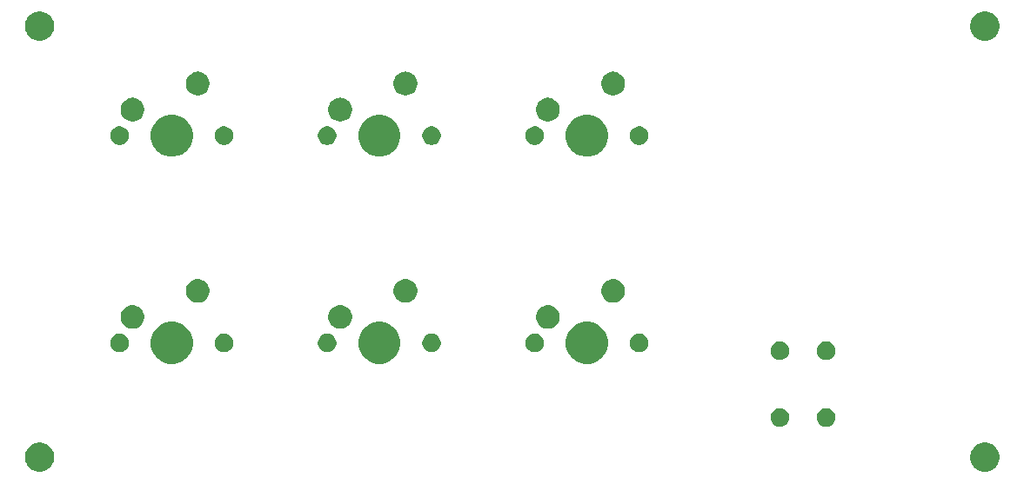
<source format=gbr>
G04 #@! TF.GenerationSoftware,KiCad,Pcbnew,5.1.5-52549c5~84~ubuntu18.04.1*
G04 #@! TF.CreationDate,2020-02-25T00:11:06-08:00*
G04 #@! TF.ProjectId,dotkb_micro,646f746b-625f-46d6-9963-726f2e6b6963,rev?*
G04 #@! TF.SameCoordinates,Original*
G04 #@! TF.FileFunction,Soldermask,Top*
G04 #@! TF.FilePolarity,Negative*
%FSLAX46Y46*%
G04 Gerber Fmt 4.6, Leading zero omitted, Abs format (unit mm)*
G04 Created by KiCad (PCBNEW 5.1.5-52549c5~84~ubuntu18.04.1) date 2020-02-25 00:11:06*
%MOMM*%
%LPD*%
G04 APERTURE LIST*
%ADD10C,0.100000*%
G04 APERTURE END LIST*
D10*
G36*
X150873991Y-112471793D02*
G01*
X151133470Y-112579272D01*
X151366995Y-112735309D01*
X151565591Y-112933905D01*
X151721628Y-113167430D01*
X151829107Y-113426909D01*
X151883900Y-113702371D01*
X151883900Y-113983229D01*
X151829107Y-114258691D01*
X151721628Y-114518170D01*
X151565591Y-114751695D01*
X151366995Y-114950291D01*
X151133470Y-115106328D01*
X150873991Y-115213807D01*
X150598529Y-115268600D01*
X150317671Y-115268600D01*
X150042209Y-115213807D01*
X149782730Y-115106328D01*
X149549205Y-114950291D01*
X149350609Y-114751695D01*
X149194572Y-114518170D01*
X149087093Y-114258691D01*
X149032300Y-113983229D01*
X149032300Y-113702371D01*
X149087093Y-113426909D01*
X149194572Y-113167430D01*
X149350609Y-112933905D01*
X149549205Y-112735309D01*
X149782730Y-112579272D01*
X150042209Y-112471793D01*
X150317671Y-112417000D01*
X150598529Y-112417000D01*
X150873991Y-112471793D01*
G37*
G36*
X58873991Y-112471793D02*
G01*
X59133470Y-112579272D01*
X59366995Y-112735309D01*
X59565591Y-112933905D01*
X59721628Y-113167430D01*
X59829107Y-113426909D01*
X59883900Y-113702371D01*
X59883900Y-113983229D01*
X59829107Y-114258691D01*
X59721628Y-114518170D01*
X59565591Y-114751695D01*
X59366995Y-114950291D01*
X59133470Y-115106328D01*
X58873991Y-115213807D01*
X58598529Y-115268600D01*
X58317671Y-115268600D01*
X58042209Y-115213807D01*
X57782730Y-115106328D01*
X57549205Y-114950291D01*
X57350609Y-114751695D01*
X57194572Y-114518170D01*
X57087093Y-114258691D01*
X57032300Y-113983229D01*
X57032300Y-113702371D01*
X57087093Y-113426909D01*
X57194572Y-113167430D01*
X57350609Y-112933905D01*
X57549205Y-112735309D01*
X57782730Y-112579272D01*
X58042209Y-112471793D01*
X58317671Y-112417000D01*
X58598529Y-112417000D01*
X58873991Y-112471793D01*
G37*
G36*
X130763754Y-109090417D02*
G01*
X130927689Y-109158321D01*
X131075227Y-109256903D01*
X131200697Y-109382373D01*
X131299279Y-109529911D01*
X131367183Y-109693846D01*
X131401800Y-109867879D01*
X131401800Y-110045321D01*
X131367183Y-110219354D01*
X131299279Y-110383289D01*
X131200697Y-110530827D01*
X131075227Y-110656297D01*
X130927689Y-110754879D01*
X130763754Y-110822783D01*
X130589721Y-110857400D01*
X130412279Y-110857400D01*
X130238246Y-110822783D01*
X130074311Y-110754879D01*
X129926773Y-110656297D01*
X129801303Y-110530827D01*
X129702721Y-110383289D01*
X129634817Y-110219354D01*
X129600200Y-110045321D01*
X129600200Y-109867879D01*
X129634817Y-109693846D01*
X129702721Y-109529911D01*
X129801303Y-109382373D01*
X129926773Y-109256903D01*
X130074311Y-109158321D01*
X130238246Y-109090417D01*
X130412279Y-109055800D01*
X130589721Y-109055800D01*
X130763754Y-109090417D01*
G37*
G36*
X135263754Y-109090417D02*
G01*
X135427689Y-109158321D01*
X135575227Y-109256903D01*
X135700697Y-109382373D01*
X135799279Y-109529911D01*
X135867183Y-109693846D01*
X135901800Y-109867879D01*
X135901800Y-110045321D01*
X135867183Y-110219354D01*
X135799279Y-110383289D01*
X135700697Y-110530827D01*
X135575227Y-110656297D01*
X135427689Y-110754879D01*
X135263754Y-110822783D01*
X135089721Y-110857400D01*
X134912279Y-110857400D01*
X134738246Y-110822783D01*
X134574311Y-110754879D01*
X134426773Y-110656297D01*
X134301303Y-110530827D01*
X134202721Y-110383289D01*
X134134817Y-110219354D01*
X134100200Y-110045321D01*
X134100200Y-109867879D01*
X134134817Y-109693846D01*
X134202721Y-109529911D01*
X134301303Y-109382373D01*
X134426773Y-109256903D01*
X134574311Y-109158321D01*
X134738246Y-109090417D01*
X134912279Y-109055800D01*
X135089721Y-109055800D01*
X135263754Y-109090417D01*
G37*
G36*
X71920197Y-100726012D02*
G01*
X72293419Y-100880606D01*
X72629310Y-101105041D01*
X72914961Y-101390692D01*
X73139396Y-101726583D01*
X73293990Y-102099805D01*
X73372801Y-102496015D01*
X73372801Y-102899987D01*
X73293990Y-103296197D01*
X73139396Y-103669419D01*
X72914961Y-104005310D01*
X72629310Y-104290961D01*
X72293419Y-104515396D01*
X71920197Y-104669990D01*
X71523987Y-104748801D01*
X71120015Y-104748801D01*
X70723805Y-104669990D01*
X70350583Y-104515396D01*
X70014692Y-104290961D01*
X69729041Y-104005310D01*
X69504606Y-103669419D01*
X69350012Y-103296197D01*
X69271201Y-102899987D01*
X69271201Y-102496015D01*
X69350012Y-102099805D01*
X69504606Y-101726583D01*
X69729041Y-101390692D01*
X70014692Y-101105041D01*
X70350583Y-100880606D01*
X70723805Y-100726012D01*
X71120015Y-100647201D01*
X71523987Y-100647201D01*
X71920197Y-100726012D01*
G37*
G36*
X92120197Y-100726012D02*
G01*
X92493419Y-100880606D01*
X92829310Y-101105041D01*
X93114961Y-101390692D01*
X93339396Y-101726583D01*
X93493990Y-102099805D01*
X93572801Y-102496015D01*
X93572801Y-102899987D01*
X93493990Y-103296197D01*
X93339396Y-103669419D01*
X93114961Y-104005310D01*
X92829310Y-104290961D01*
X92493419Y-104515396D01*
X92120197Y-104669990D01*
X91723987Y-104748801D01*
X91320015Y-104748801D01*
X90923805Y-104669990D01*
X90550583Y-104515396D01*
X90214692Y-104290961D01*
X89929041Y-104005310D01*
X89704606Y-103669419D01*
X89550012Y-103296197D01*
X89471201Y-102899987D01*
X89471201Y-102496015D01*
X89550012Y-102099805D01*
X89704606Y-101726583D01*
X89929041Y-101390692D01*
X90214692Y-101105041D01*
X90550583Y-100880606D01*
X90923805Y-100726012D01*
X91320015Y-100647201D01*
X91723987Y-100647201D01*
X92120197Y-100726012D01*
G37*
G36*
X112320197Y-100726012D02*
G01*
X112693419Y-100880606D01*
X113029310Y-101105041D01*
X113314961Y-101390692D01*
X113539396Y-101726583D01*
X113693990Y-102099805D01*
X113772801Y-102496015D01*
X113772801Y-102899987D01*
X113693990Y-103296197D01*
X113539396Y-103669419D01*
X113314961Y-104005310D01*
X113029310Y-104290961D01*
X112693419Y-104515396D01*
X112320197Y-104669990D01*
X111923987Y-104748801D01*
X111520015Y-104748801D01*
X111123805Y-104669990D01*
X110750583Y-104515396D01*
X110414692Y-104290961D01*
X110129041Y-104005310D01*
X109904606Y-103669419D01*
X109750012Y-103296197D01*
X109671201Y-102899987D01*
X109671201Y-102496015D01*
X109750012Y-102099805D01*
X109904606Y-101726583D01*
X110129041Y-101390692D01*
X110414692Y-101105041D01*
X110750583Y-100880606D01*
X111123805Y-100726012D01*
X111520015Y-100647201D01*
X111923987Y-100647201D01*
X112320197Y-100726012D01*
G37*
G36*
X135263754Y-102590417D02*
G01*
X135427689Y-102658321D01*
X135575227Y-102756903D01*
X135700697Y-102882373D01*
X135799279Y-103029911D01*
X135867183Y-103193846D01*
X135901800Y-103367879D01*
X135901800Y-103545321D01*
X135867183Y-103719354D01*
X135799279Y-103883289D01*
X135700697Y-104030827D01*
X135575227Y-104156297D01*
X135427689Y-104254879D01*
X135263754Y-104322783D01*
X135089721Y-104357400D01*
X134912279Y-104357400D01*
X134738246Y-104322783D01*
X134574311Y-104254879D01*
X134426773Y-104156297D01*
X134301303Y-104030827D01*
X134202721Y-103883289D01*
X134134817Y-103719354D01*
X134100200Y-103545321D01*
X134100200Y-103367879D01*
X134134817Y-103193846D01*
X134202721Y-103029911D01*
X134301303Y-102882373D01*
X134426773Y-102756903D01*
X134574311Y-102658321D01*
X134738246Y-102590417D01*
X134912279Y-102555800D01*
X135089721Y-102555800D01*
X135263754Y-102590417D01*
G37*
G36*
X130763754Y-102590417D02*
G01*
X130927689Y-102658321D01*
X131075227Y-102756903D01*
X131200697Y-102882373D01*
X131299279Y-103029911D01*
X131367183Y-103193846D01*
X131401800Y-103367879D01*
X131401800Y-103545321D01*
X131367183Y-103719354D01*
X131299279Y-103883289D01*
X131200697Y-104030827D01*
X131075227Y-104156297D01*
X130927689Y-104254879D01*
X130763754Y-104322783D01*
X130589721Y-104357400D01*
X130412279Y-104357400D01*
X130238246Y-104322783D01*
X130074311Y-104254879D01*
X129926773Y-104156297D01*
X129801303Y-104030827D01*
X129702721Y-103883289D01*
X129634817Y-103719354D01*
X129600200Y-103545321D01*
X129600200Y-103367879D01*
X129634817Y-103193846D01*
X129702721Y-103029911D01*
X129801303Y-102882373D01*
X129926773Y-102756903D01*
X130074311Y-102658321D01*
X130238246Y-102590417D01*
X130412279Y-102555800D01*
X130589721Y-102555800D01*
X130763754Y-102590417D01*
G37*
G36*
X106904755Y-101831818D02*
G01*
X107068690Y-101899722D01*
X107216228Y-101998304D01*
X107341698Y-102123774D01*
X107440280Y-102271312D01*
X107508184Y-102435247D01*
X107542801Y-102609280D01*
X107542801Y-102786722D01*
X107508184Y-102960755D01*
X107440280Y-103124690D01*
X107341698Y-103272228D01*
X107216228Y-103397698D01*
X107068690Y-103496280D01*
X106904755Y-103564184D01*
X106730722Y-103598801D01*
X106553280Y-103598801D01*
X106379247Y-103564184D01*
X106215312Y-103496280D01*
X106067774Y-103397698D01*
X105942304Y-103272228D01*
X105843722Y-103124690D01*
X105775818Y-102960755D01*
X105741201Y-102786722D01*
X105741201Y-102609280D01*
X105775818Y-102435247D01*
X105843722Y-102271312D01*
X105942304Y-102123774D01*
X106067774Y-101998304D01*
X106215312Y-101899722D01*
X106379247Y-101831818D01*
X106553280Y-101797201D01*
X106730722Y-101797201D01*
X106904755Y-101831818D01*
G37*
G36*
X96864755Y-101831818D02*
G01*
X97028690Y-101899722D01*
X97176228Y-101998304D01*
X97301698Y-102123774D01*
X97400280Y-102271312D01*
X97468184Y-102435247D01*
X97502801Y-102609280D01*
X97502801Y-102786722D01*
X97468184Y-102960755D01*
X97400280Y-103124690D01*
X97301698Y-103272228D01*
X97176228Y-103397698D01*
X97028690Y-103496280D01*
X96864755Y-103564184D01*
X96690722Y-103598801D01*
X96513280Y-103598801D01*
X96339247Y-103564184D01*
X96175312Y-103496280D01*
X96027774Y-103397698D01*
X95902304Y-103272228D01*
X95803722Y-103124690D01*
X95735818Y-102960755D01*
X95701201Y-102786722D01*
X95701201Y-102609280D01*
X95735818Y-102435247D01*
X95803722Y-102271312D01*
X95902304Y-102123774D01*
X96027774Y-101998304D01*
X96175312Y-101899722D01*
X96339247Y-101831818D01*
X96513280Y-101797201D01*
X96690722Y-101797201D01*
X96864755Y-101831818D01*
G37*
G36*
X76664755Y-101831818D02*
G01*
X76828690Y-101899722D01*
X76976228Y-101998304D01*
X77101698Y-102123774D01*
X77200280Y-102271312D01*
X77268184Y-102435247D01*
X77302801Y-102609280D01*
X77302801Y-102786722D01*
X77268184Y-102960755D01*
X77200280Y-103124690D01*
X77101698Y-103272228D01*
X76976228Y-103397698D01*
X76828690Y-103496280D01*
X76664755Y-103564184D01*
X76490722Y-103598801D01*
X76313280Y-103598801D01*
X76139247Y-103564184D01*
X75975312Y-103496280D01*
X75827774Y-103397698D01*
X75702304Y-103272228D01*
X75603722Y-103124690D01*
X75535818Y-102960755D01*
X75501201Y-102786722D01*
X75501201Y-102609280D01*
X75535818Y-102435247D01*
X75603722Y-102271312D01*
X75702304Y-102123774D01*
X75827774Y-101998304D01*
X75975312Y-101899722D01*
X76139247Y-101831818D01*
X76313280Y-101797201D01*
X76490722Y-101797201D01*
X76664755Y-101831818D01*
G37*
G36*
X66504755Y-101831818D02*
G01*
X66668690Y-101899722D01*
X66816228Y-101998304D01*
X66941698Y-102123774D01*
X67040280Y-102271312D01*
X67108184Y-102435247D01*
X67142801Y-102609280D01*
X67142801Y-102786722D01*
X67108184Y-102960755D01*
X67040280Y-103124690D01*
X66941698Y-103272228D01*
X66816228Y-103397698D01*
X66668690Y-103496280D01*
X66504755Y-103564184D01*
X66330722Y-103598801D01*
X66153280Y-103598801D01*
X65979247Y-103564184D01*
X65815312Y-103496280D01*
X65667774Y-103397698D01*
X65542304Y-103272228D01*
X65443722Y-103124690D01*
X65375818Y-102960755D01*
X65341201Y-102786722D01*
X65341201Y-102609280D01*
X65375818Y-102435247D01*
X65443722Y-102271312D01*
X65542304Y-102123774D01*
X65667774Y-101998304D01*
X65815312Y-101899722D01*
X65979247Y-101831818D01*
X66153280Y-101797201D01*
X66330722Y-101797201D01*
X66504755Y-101831818D01*
G37*
G36*
X117064755Y-101831818D02*
G01*
X117228690Y-101899722D01*
X117376228Y-101998304D01*
X117501698Y-102123774D01*
X117600280Y-102271312D01*
X117668184Y-102435247D01*
X117702801Y-102609280D01*
X117702801Y-102786722D01*
X117668184Y-102960755D01*
X117600280Y-103124690D01*
X117501698Y-103272228D01*
X117376228Y-103397698D01*
X117228690Y-103496280D01*
X117064755Y-103564184D01*
X116890722Y-103598801D01*
X116713280Y-103598801D01*
X116539247Y-103564184D01*
X116375312Y-103496280D01*
X116227774Y-103397698D01*
X116102304Y-103272228D01*
X116003722Y-103124690D01*
X115935818Y-102960755D01*
X115901201Y-102786722D01*
X115901201Y-102609280D01*
X115935818Y-102435247D01*
X116003722Y-102271312D01*
X116102304Y-102123774D01*
X116227774Y-101998304D01*
X116375312Y-101899722D01*
X116539247Y-101831818D01*
X116713280Y-101797201D01*
X116890722Y-101797201D01*
X117064755Y-101831818D01*
G37*
G36*
X86704755Y-101831818D02*
G01*
X86868690Y-101899722D01*
X87016228Y-101998304D01*
X87141698Y-102123774D01*
X87240280Y-102271312D01*
X87308184Y-102435247D01*
X87342801Y-102609280D01*
X87342801Y-102786722D01*
X87308184Y-102960755D01*
X87240280Y-103124690D01*
X87141698Y-103272228D01*
X87016228Y-103397698D01*
X86868690Y-103496280D01*
X86704755Y-103564184D01*
X86530722Y-103598801D01*
X86353280Y-103598801D01*
X86179247Y-103564184D01*
X86015312Y-103496280D01*
X85867774Y-103397698D01*
X85742304Y-103272228D01*
X85643722Y-103124690D01*
X85575818Y-102960755D01*
X85541201Y-102786722D01*
X85541201Y-102609280D01*
X85575818Y-102435247D01*
X85643722Y-102271312D01*
X85742304Y-102123774D01*
X85867774Y-101998304D01*
X86015312Y-101899722D01*
X86179247Y-101831818D01*
X86353280Y-101797201D01*
X86530722Y-101797201D01*
X86704755Y-101831818D01*
G37*
G36*
X67699456Y-99021943D02*
G01*
X67847679Y-99051426D01*
X68057110Y-99138175D01*
X68245594Y-99264116D01*
X68405886Y-99424408D01*
X68531827Y-99612892D01*
X68618576Y-99822323D01*
X68662801Y-100044658D01*
X68662801Y-100271344D01*
X68618576Y-100493679D01*
X68531827Y-100703110D01*
X68405886Y-100891594D01*
X68245594Y-101051886D01*
X68057110Y-101177827D01*
X67847679Y-101264576D01*
X67699456Y-101294059D01*
X67625345Y-101308801D01*
X67398657Y-101308801D01*
X67324546Y-101294059D01*
X67176323Y-101264576D01*
X66966892Y-101177827D01*
X66778408Y-101051886D01*
X66618116Y-100891594D01*
X66492175Y-100703110D01*
X66405426Y-100493679D01*
X66361201Y-100271344D01*
X66361201Y-100044658D01*
X66405426Y-99822323D01*
X66492175Y-99612892D01*
X66618116Y-99424408D01*
X66778408Y-99264116D01*
X66966892Y-99138175D01*
X67176323Y-99051426D01*
X67324546Y-99021943D01*
X67398657Y-99007201D01*
X67625345Y-99007201D01*
X67699456Y-99021943D01*
G37*
G36*
X87899456Y-99021943D02*
G01*
X88047679Y-99051426D01*
X88257110Y-99138175D01*
X88445594Y-99264116D01*
X88605886Y-99424408D01*
X88731827Y-99612892D01*
X88818576Y-99822323D01*
X88862801Y-100044658D01*
X88862801Y-100271344D01*
X88818576Y-100493679D01*
X88731827Y-100703110D01*
X88605886Y-100891594D01*
X88445594Y-101051886D01*
X88257110Y-101177827D01*
X88047679Y-101264576D01*
X87899456Y-101294059D01*
X87825345Y-101308801D01*
X87598657Y-101308801D01*
X87524546Y-101294059D01*
X87376323Y-101264576D01*
X87166892Y-101177827D01*
X86978408Y-101051886D01*
X86818116Y-100891594D01*
X86692175Y-100703110D01*
X86605426Y-100493679D01*
X86561201Y-100271344D01*
X86561201Y-100044658D01*
X86605426Y-99822323D01*
X86692175Y-99612892D01*
X86818116Y-99424408D01*
X86978408Y-99264116D01*
X87166892Y-99138175D01*
X87376323Y-99051426D01*
X87524546Y-99021943D01*
X87598657Y-99007201D01*
X87825345Y-99007201D01*
X87899456Y-99021943D01*
G37*
G36*
X108099456Y-99021943D02*
G01*
X108247679Y-99051426D01*
X108457110Y-99138175D01*
X108645594Y-99264116D01*
X108805886Y-99424408D01*
X108931827Y-99612892D01*
X109018576Y-99822323D01*
X109062801Y-100044658D01*
X109062801Y-100271344D01*
X109018576Y-100493679D01*
X108931827Y-100703110D01*
X108805886Y-100891594D01*
X108645594Y-101051886D01*
X108457110Y-101177827D01*
X108247679Y-101264576D01*
X108099456Y-101294059D01*
X108025345Y-101308801D01*
X107798657Y-101308801D01*
X107724546Y-101294059D01*
X107576323Y-101264576D01*
X107366892Y-101177827D01*
X107178408Y-101051886D01*
X107018116Y-100891594D01*
X106892175Y-100703110D01*
X106805426Y-100493679D01*
X106761201Y-100271344D01*
X106761201Y-100044658D01*
X106805426Y-99822323D01*
X106892175Y-99612892D01*
X107018116Y-99424408D01*
X107178408Y-99264116D01*
X107366892Y-99138175D01*
X107576323Y-99051426D01*
X107724546Y-99021943D01*
X107798657Y-99007201D01*
X108025345Y-99007201D01*
X108099456Y-99021943D01*
G37*
G36*
X94249456Y-96481943D02*
G01*
X94397679Y-96511426D01*
X94607110Y-96598175D01*
X94795594Y-96724116D01*
X94955886Y-96884408D01*
X95081827Y-97072892D01*
X95168576Y-97282323D01*
X95212801Y-97504658D01*
X95212801Y-97731344D01*
X95168576Y-97953679D01*
X95081827Y-98163110D01*
X94955886Y-98351594D01*
X94795594Y-98511886D01*
X94607110Y-98637827D01*
X94397679Y-98724576D01*
X94249456Y-98754059D01*
X94175345Y-98768801D01*
X93948657Y-98768801D01*
X93874546Y-98754059D01*
X93726323Y-98724576D01*
X93516892Y-98637827D01*
X93328408Y-98511886D01*
X93168116Y-98351594D01*
X93042175Y-98163110D01*
X92955426Y-97953679D01*
X92911201Y-97731344D01*
X92911201Y-97504658D01*
X92955426Y-97282323D01*
X93042175Y-97072892D01*
X93168116Y-96884408D01*
X93328408Y-96724116D01*
X93516892Y-96598175D01*
X93726323Y-96511426D01*
X93874546Y-96481943D01*
X93948657Y-96467201D01*
X94175345Y-96467201D01*
X94249456Y-96481943D01*
G37*
G36*
X114449456Y-96481943D02*
G01*
X114597679Y-96511426D01*
X114807110Y-96598175D01*
X114995594Y-96724116D01*
X115155886Y-96884408D01*
X115281827Y-97072892D01*
X115368576Y-97282323D01*
X115412801Y-97504658D01*
X115412801Y-97731344D01*
X115368576Y-97953679D01*
X115281827Y-98163110D01*
X115155886Y-98351594D01*
X114995594Y-98511886D01*
X114807110Y-98637827D01*
X114597679Y-98724576D01*
X114449456Y-98754059D01*
X114375345Y-98768801D01*
X114148657Y-98768801D01*
X114074546Y-98754059D01*
X113926323Y-98724576D01*
X113716892Y-98637827D01*
X113528408Y-98511886D01*
X113368116Y-98351594D01*
X113242175Y-98163110D01*
X113155426Y-97953679D01*
X113111201Y-97731344D01*
X113111201Y-97504658D01*
X113155426Y-97282323D01*
X113242175Y-97072892D01*
X113368116Y-96884408D01*
X113528408Y-96724116D01*
X113716892Y-96598175D01*
X113926323Y-96511426D01*
X114074546Y-96481943D01*
X114148657Y-96467201D01*
X114375345Y-96467201D01*
X114449456Y-96481943D01*
G37*
G36*
X74049456Y-96481943D02*
G01*
X74197679Y-96511426D01*
X74407110Y-96598175D01*
X74595594Y-96724116D01*
X74755886Y-96884408D01*
X74881827Y-97072892D01*
X74968576Y-97282323D01*
X75012801Y-97504658D01*
X75012801Y-97731344D01*
X74968576Y-97953679D01*
X74881827Y-98163110D01*
X74755886Y-98351594D01*
X74595594Y-98511886D01*
X74407110Y-98637827D01*
X74197679Y-98724576D01*
X74049456Y-98754059D01*
X73975345Y-98768801D01*
X73748657Y-98768801D01*
X73674546Y-98754059D01*
X73526323Y-98724576D01*
X73316892Y-98637827D01*
X73128408Y-98511886D01*
X72968116Y-98351594D01*
X72842175Y-98163110D01*
X72755426Y-97953679D01*
X72711201Y-97731344D01*
X72711201Y-97504658D01*
X72755426Y-97282323D01*
X72842175Y-97072892D01*
X72968116Y-96884408D01*
X73128408Y-96724116D01*
X73316892Y-96598175D01*
X73526323Y-96511426D01*
X73674546Y-96481943D01*
X73748657Y-96467201D01*
X73975345Y-96467201D01*
X74049456Y-96481943D01*
G37*
G36*
X112320197Y-80526012D02*
G01*
X112693419Y-80680606D01*
X113029310Y-80905041D01*
X113314961Y-81190692D01*
X113539396Y-81526583D01*
X113693990Y-81899805D01*
X113772801Y-82296015D01*
X113772801Y-82699987D01*
X113693990Y-83096197D01*
X113539396Y-83469419D01*
X113314961Y-83805310D01*
X113029310Y-84090961D01*
X112693419Y-84315396D01*
X112320197Y-84469990D01*
X111923987Y-84548801D01*
X111520015Y-84548801D01*
X111123805Y-84469990D01*
X110750583Y-84315396D01*
X110414692Y-84090961D01*
X110129041Y-83805310D01*
X109904606Y-83469419D01*
X109750012Y-83096197D01*
X109671201Y-82699987D01*
X109671201Y-82296015D01*
X109750012Y-81899805D01*
X109904606Y-81526583D01*
X110129041Y-81190692D01*
X110414692Y-80905041D01*
X110750583Y-80680606D01*
X111123805Y-80526012D01*
X111520015Y-80447201D01*
X111923987Y-80447201D01*
X112320197Y-80526012D01*
G37*
G36*
X92120197Y-80526012D02*
G01*
X92493419Y-80680606D01*
X92829310Y-80905041D01*
X93114961Y-81190692D01*
X93339396Y-81526583D01*
X93493990Y-81899805D01*
X93572801Y-82296015D01*
X93572801Y-82699987D01*
X93493990Y-83096197D01*
X93339396Y-83469419D01*
X93114961Y-83805310D01*
X92829310Y-84090961D01*
X92493419Y-84315396D01*
X92120197Y-84469990D01*
X91723987Y-84548801D01*
X91320015Y-84548801D01*
X90923805Y-84469990D01*
X90550583Y-84315396D01*
X90214692Y-84090961D01*
X89929041Y-83805310D01*
X89704606Y-83469419D01*
X89550012Y-83096197D01*
X89471201Y-82699987D01*
X89471201Y-82296015D01*
X89550012Y-81899805D01*
X89704606Y-81526583D01*
X89929041Y-81190692D01*
X90214692Y-80905041D01*
X90550583Y-80680606D01*
X90923805Y-80526012D01*
X91320015Y-80447201D01*
X91723987Y-80447201D01*
X92120197Y-80526012D01*
G37*
G36*
X71920197Y-80526012D02*
G01*
X72293419Y-80680606D01*
X72629310Y-80905041D01*
X72914961Y-81190692D01*
X73139396Y-81526583D01*
X73293990Y-81899805D01*
X73372801Y-82296015D01*
X73372801Y-82699987D01*
X73293990Y-83096197D01*
X73139396Y-83469419D01*
X72914961Y-83805310D01*
X72629310Y-84090961D01*
X72293419Y-84315396D01*
X71920197Y-84469990D01*
X71523987Y-84548801D01*
X71120015Y-84548801D01*
X70723805Y-84469990D01*
X70350583Y-84315396D01*
X70014692Y-84090961D01*
X69729041Y-83805310D01*
X69504606Y-83469419D01*
X69350012Y-83096197D01*
X69271201Y-82699987D01*
X69271201Y-82296015D01*
X69350012Y-81899805D01*
X69504606Y-81526583D01*
X69729041Y-81190692D01*
X70014692Y-80905041D01*
X70350583Y-80680606D01*
X70723805Y-80526012D01*
X71120015Y-80447201D01*
X71523987Y-80447201D01*
X71920197Y-80526012D01*
G37*
G36*
X117064755Y-81631818D02*
G01*
X117228690Y-81699722D01*
X117376228Y-81798304D01*
X117501698Y-81923774D01*
X117600280Y-82071312D01*
X117668184Y-82235247D01*
X117702801Y-82409280D01*
X117702801Y-82586722D01*
X117668184Y-82760755D01*
X117600280Y-82924690D01*
X117501698Y-83072228D01*
X117376228Y-83197698D01*
X117228690Y-83296280D01*
X117064755Y-83364184D01*
X116890722Y-83398801D01*
X116713280Y-83398801D01*
X116539247Y-83364184D01*
X116375312Y-83296280D01*
X116227774Y-83197698D01*
X116102304Y-83072228D01*
X116003722Y-82924690D01*
X115935818Y-82760755D01*
X115901201Y-82586722D01*
X115901201Y-82409280D01*
X115935818Y-82235247D01*
X116003722Y-82071312D01*
X116102304Y-81923774D01*
X116227774Y-81798304D01*
X116375312Y-81699722D01*
X116539247Y-81631818D01*
X116713280Y-81597201D01*
X116890722Y-81597201D01*
X117064755Y-81631818D01*
G37*
G36*
X106904755Y-81631818D02*
G01*
X107068690Y-81699722D01*
X107216228Y-81798304D01*
X107341698Y-81923774D01*
X107440280Y-82071312D01*
X107508184Y-82235247D01*
X107542801Y-82409280D01*
X107542801Y-82586722D01*
X107508184Y-82760755D01*
X107440280Y-82924690D01*
X107341698Y-83072228D01*
X107216228Y-83197698D01*
X107068690Y-83296280D01*
X106904755Y-83364184D01*
X106730722Y-83398801D01*
X106553280Y-83398801D01*
X106379247Y-83364184D01*
X106215312Y-83296280D01*
X106067774Y-83197698D01*
X105942304Y-83072228D01*
X105843722Y-82924690D01*
X105775818Y-82760755D01*
X105741201Y-82586722D01*
X105741201Y-82409280D01*
X105775818Y-82235247D01*
X105843722Y-82071312D01*
X105942304Y-81923774D01*
X106067774Y-81798304D01*
X106215312Y-81699722D01*
X106379247Y-81631818D01*
X106553280Y-81597201D01*
X106730722Y-81597201D01*
X106904755Y-81631818D01*
G37*
G36*
X96864755Y-81631818D02*
G01*
X97028690Y-81699722D01*
X97176228Y-81798304D01*
X97301698Y-81923774D01*
X97400280Y-82071312D01*
X97468184Y-82235247D01*
X97502801Y-82409280D01*
X97502801Y-82586722D01*
X97468184Y-82760755D01*
X97400280Y-82924690D01*
X97301698Y-83072228D01*
X97176228Y-83197698D01*
X97028690Y-83296280D01*
X96864755Y-83364184D01*
X96690722Y-83398801D01*
X96513280Y-83398801D01*
X96339247Y-83364184D01*
X96175312Y-83296280D01*
X96027774Y-83197698D01*
X95902304Y-83072228D01*
X95803722Y-82924690D01*
X95735818Y-82760755D01*
X95701201Y-82586722D01*
X95701201Y-82409280D01*
X95735818Y-82235247D01*
X95803722Y-82071312D01*
X95902304Y-81923774D01*
X96027774Y-81798304D01*
X96175312Y-81699722D01*
X96339247Y-81631818D01*
X96513280Y-81597201D01*
X96690722Y-81597201D01*
X96864755Y-81631818D01*
G37*
G36*
X66504755Y-81631818D02*
G01*
X66668690Y-81699722D01*
X66816228Y-81798304D01*
X66941698Y-81923774D01*
X67040280Y-82071312D01*
X67108184Y-82235247D01*
X67142801Y-82409280D01*
X67142801Y-82586722D01*
X67108184Y-82760755D01*
X67040280Y-82924690D01*
X66941698Y-83072228D01*
X66816228Y-83197698D01*
X66668690Y-83296280D01*
X66504755Y-83364184D01*
X66330722Y-83398801D01*
X66153280Y-83398801D01*
X65979247Y-83364184D01*
X65815312Y-83296280D01*
X65667774Y-83197698D01*
X65542304Y-83072228D01*
X65443722Y-82924690D01*
X65375818Y-82760755D01*
X65341201Y-82586722D01*
X65341201Y-82409280D01*
X65375818Y-82235247D01*
X65443722Y-82071312D01*
X65542304Y-81923774D01*
X65667774Y-81798304D01*
X65815312Y-81699722D01*
X65979247Y-81631818D01*
X66153280Y-81597201D01*
X66330722Y-81597201D01*
X66504755Y-81631818D01*
G37*
G36*
X76664755Y-81631818D02*
G01*
X76828690Y-81699722D01*
X76976228Y-81798304D01*
X77101698Y-81923774D01*
X77200280Y-82071312D01*
X77268184Y-82235247D01*
X77302801Y-82409280D01*
X77302801Y-82586722D01*
X77268184Y-82760755D01*
X77200280Y-82924690D01*
X77101698Y-83072228D01*
X76976228Y-83197698D01*
X76828690Y-83296280D01*
X76664755Y-83364184D01*
X76490722Y-83398801D01*
X76313280Y-83398801D01*
X76139247Y-83364184D01*
X75975312Y-83296280D01*
X75827774Y-83197698D01*
X75702304Y-83072228D01*
X75603722Y-82924690D01*
X75535818Y-82760755D01*
X75501201Y-82586722D01*
X75501201Y-82409280D01*
X75535818Y-82235247D01*
X75603722Y-82071312D01*
X75702304Y-81923774D01*
X75827774Y-81798304D01*
X75975312Y-81699722D01*
X76139247Y-81631818D01*
X76313280Y-81597201D01*
X76490722Y-81597201D01*
X76664755Y-81631818D01*
G37*
G36*
X86704755Y-81631818D02*
G01*
X86868690Y-81699722D01*
X87016228Y-81798304D01*
X87141698Y-81923774D01*
X87240280Y-82071312D01*
X87308184Y-82235247D01*
X87342801Y-82409280D01*
X87342801Y-82586722D01*
X87308184Y-82760755D01*
X87240280Y-82924690D01*
X87141698Y-83072228D01*
X87016228Y-83197698D01*
X86868690Y-83296280D01*
X86704755Y-83364184D01*
X86530722Y-83398801D01*
X86353280Y-83398801D01*
X86179247Y-83364184D01*
X86015312Y-83296280D01*
X85867774Y-83197698D01*
X85742304Y-83072228D01*
X85643722Y-82924690D01*
X85575818Y-82760755D01*
X85541201Y-82586722D01*
X85541201Y-82409280D01*
X85575818Y-82235247D01*
X85643722Y-82071312D01*
X85742304Y-81923774D01*
X85867774Y-81798304D01*
X86015312Y-81699722D01*
X86179247Y-81631818D01*
X86353280Y-81597201D01*
X86530722Y-81597201D01*
X86704755Y-81631818D01*
G37*
G36*
X87899456Y-78821943D02*
G01*
X88047679Y-78851426D01*
X88257110Y-78938175D01*
X88445594Y-79064116D01*
X88605886Y-79224408D01*
X88731827Y-79412892D01*
X88818576Y-79622323D01*
X88862801Y-79844658D01*
X88862801Y-80071344D01*
X88818576Y-80293679D01*
X88731827Y-80503110D01*
X88605886Y-80691594D01*
X88445594Y-80851886D01*
X88257110Y-80977827D01*
X88047679Y-81064576D01*
X87899456Y-81094059D01*
X87825345Y-81108801D01*
X87598657Y-81108801D01*
X87524546Y-81094059D01*
X87376323Y-81064576D01*
X87166892Y-80977827D01*
X86978408Y-80851886D01*
X86818116Y-80691594D01*
X86692175Y-80503110D01*
X86605426Y-80293679D01*
X86561201Y-80071344D01*
X86561201Y-79844658D01*
X86605426Y-79622323D01*
X86692175Y-79412892D01*
X86818116Y-79224408D01*
X86978408Y-79064116D01*
X87166892Y-78938175D01*
X87376323Y-78851426D01*
X87524546Y-78821943D01*
X87598657Y-78807201D01*
X87825345Y-78807201D01*
X87899456Y-78821943D01*
G37*
G36*
X108099456Y-78821943D02*
G01*
X108247679Y-78851426D01*
X108457110Y-78938175D01*
X108645594Y-79064116D01*
X108805886Y-79224408D01*
X108931827Y-79412892D01*
X109018576Y-79622323D01*
X109062801Y-79844658D01*
X109062801Y-80071344D01*
X109018576Y-80293679D01*
X108931827Y-80503110D01*
X108805886Y-80691594D01*
X108645594Y-80851886D01*
X108457110Y-80977827D01*
X108247679Y-81064576D01*
X108099456Y-81094059D01*
X108025345Y-81108801D01*
X107798657Y-81108801D01*
X107724546Y-81094059D01*
X107576323Y-81064576D01*
X107366892Y-80977827D01*
X107178408Y-80851886D01*
X107018116Y-80691594D01*
X106892175Y-80503110D01*
X106805426Y-80293679D01*
X106761201Y-80071344D01*
X106761201Y-79844658D01*
X106805426Y-79622323D01*
X106892175Y-79412892D01*
X107018116Y-79224408D01*
X107178408Y-79064116D01*
X107366892Y-78938175D01*
X107576323Y-78851426D01*
X107724546Y-78821943D01*
X107798657Y-78807201D01*
X108025345Y-78807201D01*
X108099456Y-78821943D01*
G37*
G36*
X67699456Y-78821943D02*
G01*
X67847679Y-78851426D01*
X68057110Y-78938175D01*
X68245594Y-79064116D01*
X68405886Y-79224408D01*
X68531827Y-79412892D01*
X68618576Y-79622323D01*
X68662801Y-79844658D01*
X68662801Y-80071344D01*
X68618576Y-80293679D01*
X68531827Y-80503110D01*
X68405886Y-80691594D01*
X68245594Y-80851886D01*
X68057110Y-80977827D01*
X67847679Y-81064576D01*
X67699456Y-81094059D01*
X67625345Y-81108801D01*
X67398657Y-81108801D01*
X67324546Y-81094059D01*
X67176323Y-81064576D01*
X66966892Y-80977827D01*
X66778408Y-80851886D01*
X66618116Y-80691594D01*
X66492175Y-80503110D01*
X66405426Y-80293679D01*
X66361201Y-80071344D01*
X66361201Y-79844658D01*
X66405426Y-79622323D01*
X66492175Y-79412892D01*
X66618116Y-79224408D01*
X66778408Y-79064116D01*
X66966892Y-78938175D01*
X67176323Y-78851426D01*
X67324546Y-78821943D01*
X67398657Y-78807201D01*
X67625345Y-78807201D01*
X67699456Y-78821943D01*
G37*
G36*
X74049456Y-76281943D02*
G01*
X74197679Y-76311426D01*
X74407110Y-76398175D01*
X74595594Y-76524116D01*
X74755886Y-76684408D01*
X74881827Y-76872892D01*
X74968576Y-77082323D01*
X75012801Y-77304658D01*
X75012801Y-77531344D01*
X74968576Y-77753679D01*
X74881827Y-77963110D01*
X74755886Y-78151594D01*
X74595594Y-78311886D01*
X74407110Y-78437827D01*
X74197679Y-78524576D01*
X74049456Y-78554059D01*
X73975345Y-78568801D01*
X73748657Y-78568801D01*
X73674546Y-78554059D01*
X73526323Y-78524576D01*
X73316892Y-78437827D01*
X73128408Y-78311886D01*
X72968116Y-78151594D01*
X72842175Y-77963110D01*
X72755426Y-77753679D01*
X72711201Y-77531344D01*
X72711201Y-77304658D01*
X72755426Y-77082323D01*
X72842175Y-76872892D01*
X72968116Y-76684408D01*
X73128408Y-76524116D01*
X73316892Y-76398175D01*
X73526323Y-76311426D01*
X73674546Y-76281943D01*
X73748657Y-76267201D01*
X73975345Y-76267201D01*
X74049456Y-76281943D01*
G37*
G36*
X94249456Y-76281943D02*
G01*
X94397679Y-76311426D01*
X94607110Y-76398175D01*
X94795594Y-76524116D01*
X94955886Y-76684408D01*
X95081827Y-76872892D01*
X95168576Y-77082323D01*
X95212801Y-77304658D01*
X95212801Y-77531344D01*
X95168576Y-77753679D01*
X95081827Y-77963110D01*
X94955886Y-78151594D01*
X94795594Y-78311886D01*
X94607110Y-78437827D01*
X94397679Y-78524576D01*
X94249456Y-78554059D01*
X94175345Y-78568801D01*
X93948657Y-78568801D01*
X93874546Y-78554059D01*
X93726323Y-78524576D01*
X93516892Y-78437827D01*
X93328408Y-78311886D01*
X93168116Y-78151594D01*
X93042175Y-77963110D01*
X92955426Y-77753679D01*
X92911201Y-77531344D01*
X92911201Y-77304658D01*
X92955426Y-77082323D01*
X93042175Y-76872892D01*
X93168116Y-76684408D01*
X93328408Y-76524116D01*
X93516892Y-76398175D01*
X93726323Y-76311426D01*
X93874546Y-76281943D01*
X93948657Y-76267201D01*
X94175345Y-76267201D01*
X94249456Y-76281943D01*
G37*
G36*
X114449456Y-76281943D02*
G01*
X114597679Y-76311426D01*
X114807110Y-76398175D01*
X114995594Y-76524116D01*
X115155886Y-76684408D01*
X115281827Y-76872892D01*
X115368576Y-77082323D01*
X115412801Y-77304658D01*
X115412801Y-77531344D01*
X115368576Y-77753679D01*
X115281827Y-77963110D01*
X115155886Y-78151594D01*
X114995594Y-78311886D01*
X114807110Y-78437827D01*
X114597679Y-78524576D01*
X114449456Y-78554059D01*
X114375345Y-78568801D01*
X114148657Y-78568801D01*
X114074546Y-78554059D01*
X113926323Y-78524576D01*
X113716892Y-78437827D01*
X113528408Y-78311886D01*
X113368116Y-78151594D01*
X113242175Y-77963110D01*
X113155426Y-77753679D01*
X113111201Y-77531344D01*
X113111201Y-77304658D01*
X113155426Y-77082323D01*
X113242175Y-76872892D01*
X113368116Y-76684408D01*
X113528408Y-76524116D01*
X113716892Y-76398175D01*
X113926323Y-76311426D01*
X114074546Y-76281943D01*
X114148657Y-76267201D01*
X114375345Y-76267201D01*
X114449456Y-76281943D01*
G37*
G36*
X58873991Y-70471793D02*
G01*
X59133470Y-70579272D01*
X59366995Y-70735309D01*
X59565591Y-70933905D01*
X59721628Y-71167430D01*
X59829107Y-71426909D01*
X59883900Y-71702371D01*
X59883900Y-71983229D01*
X59829107Y-72258691D01*
X59721628Y-72518170D01*
X59565591Y-72751695D01*
X59366995Y-72950291D01*
X59133470Y-73106328D01*
X58873991Y-73213807D01*
X58598529Y-73268600D01*
X58317671Y-73268600D01*
X58042209Y-73213807D01*
X57782730Y-73106328D01*
X57549205Y-72950291D01*
X57350609Y-72751695D01*
X57194572Y-72518170D01*
X57087093Y-72258691D01*
X57032300Y-71983229D01*
X57032300Y-71702371D01*
X57087093Y-71426909D01*
X57194572Y-71167430D01*
X57350609Y-70933905D01*
X57549205Y-70735309D01*
X57782730Y-70579272D01*
X58042209Y-70471793D01*
X58317671Y-70417000D01*
X58598529Y-70417000D01*
X58873991Y-70471793D01*
G37*
G36*
X150873991Y-70471793D02*
G01*
X151133470Y-70579272D01*
X151366995Y-70735309D01*
X151565591Y-70933905D01*
X151721628Y-71167430D01*
X151829107Y-71426909D01*
X151883900Y-71702371D01*
X151883900Y-71983229D01*
X151829107Y-72258691D01*
X151721628Y-72518170D01*
X151565591Y-72751695D01*
X151366995Y-72950291D01*
X151133470Y-73106328D01*
X150873991Y-73213807D01*
X150598529Y-73268600D01*
X150317671Y-73268600D01*
X150042209Y-73213807D01*
X149782730Y-73106328D01*
X149549205Y-72950291D01*
X149350609Y-72751695D01*
X149194572Y-72518170D01*
X149087093Y-72258691D01*
X149032300Y-71983229D01*
X149032300Y-71702371D01*
X149087093Y-71426909D01*
X149194572Y-71167430D01*
X149350609Y-70933905D01*
X149549205Y-70735309D01*
X149782730Y-70579272D01*
X150042209Y-70471793D01*
X150317671Y-70417000D01*
X150598529Y-70417000D01*
X150873991Y-70471793D01*
G37*
M02*

</source>
